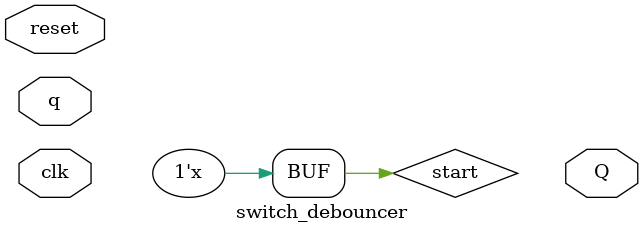
<source format=v>
module switch_debouncer(Q,q,clk,reset);
  output reg Q;
  input q,clk,reset;
  reg timer_done;
  parameter s0=0,s1=1,s2=2,s3=3;
  reg [1:0]state;
  reg [3:0]count;
  reg start;
  always@(negedge reset)
    state<=s0;
  
  
  always@(q,timer_done)
    begin
      case(state)
        s0:
          if(q)
            begin 
              start<=1;
              state<=s1;
              Q<=0;
              timer_done<=0;
            end
          else
            begin
              Q<=0;
              start=0;
            end
        s1:
          if(q&timer_done)
            begin
              state<=s2;
              Q<=1;
              start<=0;
              count<='b0;
            end
          else if(q&(~timer_done))
            begin
              start<=1;
              Q<=0;
            end
          else
            begin
              
              state<=s0;
              start<=0;
              Q<=0;
            end
        s2:
          if(~q)
            begin
              state<=s3;
              Q<=1;
              start<=1;
            end
          else
            start<=0;
        s3:
          if(q)
            begin
              start<=0;
              state<=s2;
              
            end
        else if((~q)&timer_done)
          begin
            start<=0;
            state<=s0;
            Q<=0;
            
          end
        else
         // begin
            start<=1;
            
      endcase 
    end
  always@(posedge clk)
    begin
      if(start)
        begin
          if(count<10)
            begin
              count=count+1; 
              timer_done=0;
            end  
            else
              begin
              count='b0; 
              timer_done=1;
              end
            
         end
        
      else
        begin
          count='b0;
        end
        
    end
  
endmodule

</source>
